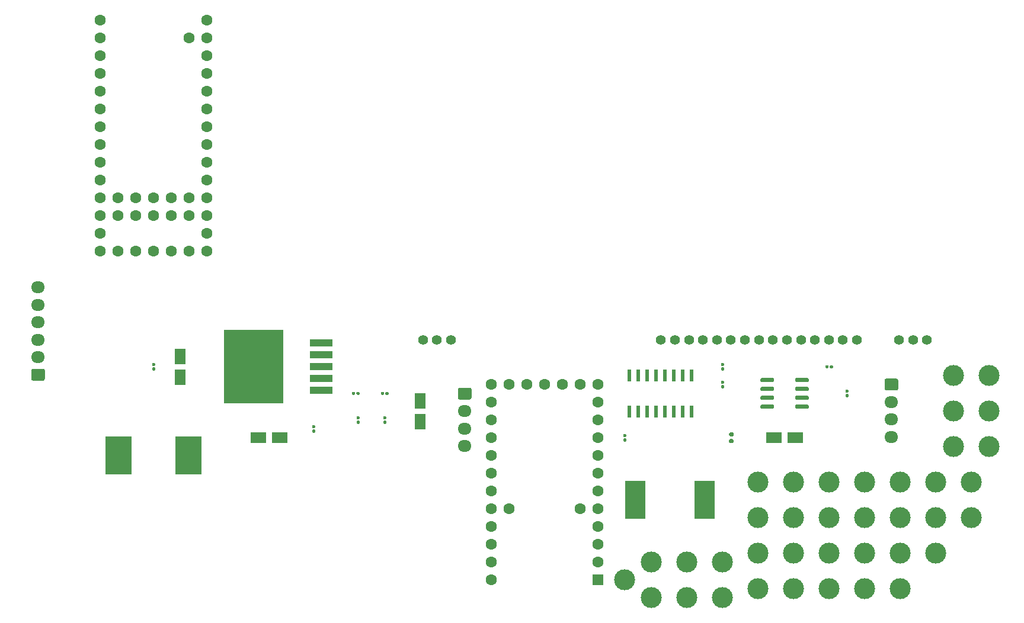
<source format=gbr>
%TF.GenerationSoftware,KiCad,Pcbnew,(5.1.10)-1*%
%TF.CreationDate,2021-10-04T16:47:09-07:00*%
%TF.ProjectId,VFD,5646442e-6b69-4636-9164-5f7063625858,rev?*%
%TF.SameCoordinates,Original*%
%TF.FileFunction,Soldermask,Top*%
%TF.FilePolarity,Negative*%
%FSLAX46Y46*%
G04 Gerber Fmt 4.6, Leading zero omitted, Abs format (unit mm)*
G04 Created by KiCad (PCBNEW (5.1.10)-1) date 2021-10-04 16:47:09*
%MOMM*%
%LPD*%
G01*
G04 APERTURE LIST*
%ADD10C,3.000000*%
%ADD11C,1.600000*%
%ADD12R,1.600000X1.600000*%
%ADD13R,3.210000X1.050000*%
%ADD14R,8.460000X10.530000*%
%ADD15C,1.400000*%
%ADD16R,0.533400X1.701800*%
%ADD17R,2.900000X5.400000*%
%ADD18R,3.850000X5.500000*%
%ADD19O,1.950000X1.700000*%
%ADD20R,2.200000X1.600000*%
%ADD21R,1.600000X2.200000*%
G04 APERTURE END LIST*
D10*
%TO.C,*%
X119380000Y-133350000D03*
%TD*%
%TO.C,*%
X128270000Y-135890000D03*
%TD*%
%TO.C,*%
X123190000Y-135890000D03*
%TD*%
%TO.C,*%
X123190000Y-130810000D03*
%TD*%
%TO.C,*%
X128270000Y-130810000D03*
%TD*%
%TO.C,*%
X133350000Y-130810000D03*
%TD*%
%TO.C,*%
X133350000Y-135890000D03*
%TD*%
%TO.C,*%
X138430000Y-129540000D03*
%TD*%
%TO.C,*%
X138430000Y-124460000D03*
%TD*%
%TO.C,*%
X138430000Y-134620000D03*
%TD*%
%TO.C,*%
X143510000Y-134620000D03*
%TD*%
%TO.C,*%
X143510000Y-129540000D03*
%TD*%
%TO.C,*%
X143510000Y-124460000D03*
%TD*%
%TO.C,*%
X148590000Y-124460000D03*
%TD*%
%TO.C,*%
X148590000Y-129540000D03*
%TD*%
%TO.C,*%
X148590000Y-134620000D03*
%TD*%
%TO.C,*%
X153670000Y-134620000D03*
%TD*%
%TO.C,*%
X153670000Y-129540000D03*
%TD*%
%TO.C,*%
X153670000Y-124460000D03*
%TD*%
%TO.C,*%
X158750000Y-134620000D03*
%TD*%
%TO.C,*%
X158750000Y-129540000D03*
%TD*%
%TO.C,*%
X158750000Y-124460000D03*
%TD*%
%TO.C,*%
X171450000Y-104140000D03*
%TD*%
%TO.C,*%
X171450000Y-109220000D03*
%TD*%
%TO.C,*%
X171450000Y-114300000D03*
%TD*%
%TO.C,*%
X163830000Y-129540000D03*
%TD*%
%TO.C,*%
X163830000Y-124460000D03*
%TD*%
%TO.C,*%
X168910000Y-124460000D03*
%TD*%
%TO.C,*%
X166370000Y-104140000D03*
%TD*%
%TO.C,*%
X166370000Y-109220000D03*
%TD*%
%TO.C,*%
X166370000Y-114300000D03*
%TD*%
%TO.C,*%
X168910000Y-119380000D03*
%TD*%
%TO.C,*%
X163830000Y-119380000D03*
%TD*%
%TO.C,*%
X158750000Y-119380000D03*
%TD*%
%TO.C,*%
X153670000Y-119380000D03*
%TD*%
%TO.C,*%
X148590000Y-119380000D03*
%TD*%
%TO.C,*%
X143510000Y-119380000D03*
%TD*%
%TO.C,*%
X138430000Y-119380000D03*
%TD*%
D11*
%TO.C,REF\u002A\u002A*%
X107950000Y-105410000D03*
D12*
X115570000Y-133350000D03*
D11*
X115570000Y-130810000D03*
X115570000Y-128270000D03*
X115570000Y-125730000D03*
X115570000Y-123190000D03*
X115570000Y-120650000D03*
X115570000Y-118110000D03*
X115570000Y-115570000D03*
X115570000Y-113030000D03*
X115570000Y-110490000D03*
X115570000Y-107950000D03*
X115570000Y-105410000D03*
X113030000Y-105410000D03*
X110490000Y-105410000D03*
X105410000Y-105410000D03*
X102870000Y-105410000D03*
X100330000Y-105410000D03*
X100330000Y-107950000D03*
X100330000Y-110490000D03*
X100330000Y-113030000D03*
X100330000Y-115570000D03*
X100330000Y-118110000D03*
X100330000Y-120650000D03*
X100330000Y-123190000D03*
X100330000Y-125730000D03*
X100330000Y-128270000D03*
X100330000Y-130810000D03*
X100330000Y-133350000D03*
X113030000Y-123190000D03*
X102870000Y-123190000D03*
%TD*%
D13*
%TO.C,VR1*%
X75980000Y-106270000D03*
X75980000Y-104570000D03*
X75980000Y-102870000D03*
X75980000Y-101170000D03*
X75980000Y-99470000D03*
D14*
X66350000Y-102870000D03*
%TD*%
D11*
%TO.C,U4*%
X46990000Y-78740000D03*
X46990000Y-81280000D03*
X49530000Y-78740000D03*
X49530000Y-81280000D03*
X52070000Y-78740000D03*
X52070000Y-81280000D03*
X54610000Y-78740000D03*
X54610000Y-81280000D03*
X57150000Y-78740000D03*
X57150000Y-81280000D03*
X44450000Y-53340000D03*
X44450000Y-55880000D03*
X44450000Y-58420000D03*
X44450000Y-60960000D03*
X44450000Y-63500000D03*
X44450000Y-66040000D03*
X44450000Y-68580000D03*
X44450000Y-71120000D03*
X44450000Y-73660000D03*
X44450000Y-76200000D03*
X44450000Y-78740000D03*
X44450000Y-81280000D03*
X44450000Y-83820000D03*
X57150000Y-55880000D03*
X59690000Y-53340000D03*
X59690000Y-55880000D03*
X59690000Y-58420000D03*
X59690000Y-60960000D03*
X59690000Y-63500000D03*
X59690000Y-66040000D03*
X59690000Y-68580000D03*
X59690000Y-71120000D03*
X59690000Y-73660000D03*
X59690000Y-76200000D03*
X59690000Y-78740000D03*
X59690000Y-81280000D03*
X59690000Y-83820000D03*
X44450000Y-86360000D03*
X46990000Y-86360000D03*
X49530000Y-86360000D03*
X59690000Y-86360000D03*
X57150000Y-86360000D03*
X54610000Y-86360000D03*
X52070000Y-86360000D03*
%TD*%
D15*
%TO.C,U3*%
X162560000Y-99060000D03*
X160560000Y-99060000D03*
X158560000Y-99060000D03*
X152560000Y-99060000D03*
X150560000Y-99060000D03*
X148560000Y-99060000D03*
X146560000Y-99060000D03*
X144560000Y-99060000D03*
X142560000Y-99060000D03*
X140560000Y-99060000D03*
X138560000Y-99060000D03*
X136560000Y-99060000D03*
X134560000Y-99060000D03*
X132560000Y-99060000D03*
X130560000Y-99060000D03*
X128560000Y-99060000D03*
X126560000Y-99060000D03*
X124560000Y-99060000D03*
X94560000Y-99060000D03*
X92560000Y-99060000D03*
X90560000Y-99060000D03*
%TD*%
D16*
%TO.C,U2*%
X128905000Y-104089200D03*
X127635000Y-104089200D03*
X126365000Y-104089200D03*
X125095000Y-104089200D03*
X123825000Y-104089200D03*
X122555000Y-104089200D03*
X121285000Y-104089200D03*
X120015000Y-104089200D03*
X120015000Y-109270800D03*
X121285000Y-109270800D03*
X122555000Y-109270800D03*
X123825000Y-109270800D03*
X125095000Y-109270800D03*
X126365000Y-109270800D03*
X127635000Y-109270800D03*
X128905000Y-109270800D03*
%TD*%
%TO.C,U1*%
G36*
G01*
X143740000Y-104925000D02*
X143740000Y-104625000D01*
G75*
G02*
X143890000Y-104475000I150000J0D01*
G01*
X145540000Y-104475000D01*
G75*
G02*
X145690000Y-104625000I0J-150000D01*
G01*
X145690000Y-104925000D01*
G75*
G02*
X145540000Y-105075000I-150000J0D01*
G01*
X143890000Y-105075000D01*
G75*
G02*
X143740000Y-104925000I0J150000D01*
G01*
G37*
G36*
G01*
X143740000Y-106195000D02*
X143740000Y-105895000D01*
G75*
G02*
X143890000Y-105745000I150000J0D01*
G01*
X145540000Y-105745000D01*
G75*
G02*
X145690000Y-105895000I0J-150000D01*
G01*
X145690000Y-106195000D01*
G75*
G02*
X145540000Y-106345000I-150000J0D01*
G01*
X143890000Y-106345000D01*
G75*
G02*
X143740000Y-106195000I0J150000D01*
G01*
G37*
G36*
G01*
X143740000Y-107465000D02*
X143740000Y-107165000D01*
G75*
G02*
X143890000Y-107015000I150000J0D01*
G01*
X145540000Y-107015000D01*
G75*
G02*
X145690000Y-107165000I0J-150000D01*
G01*
X145690000Y-107465000D01*
G75*
G02*
X145540000Y-107615000I-150000J0D01*
G01*
X143890000Y-107615000D01*
G75*
G02*
X143740000Y-107465000I0J150000D01*
G01*
G37*
G36*
G01*
X143740000Y-108735000D02*
X143740000Y-108435000D01*
G75*
G02*
X143890000Y-108285000I150000J0D01*
G01*
X145540000Y-108285000D01*
G75*
G02*
X145690000Y-108435000I0J-150000D01*
G01*
X145690000Y-108735000D01*
G75*
G02*
X145540000Y-108885000I-150000J0D01*
G01*
X143890000Y-108885000D01*
G75*
G02*
X143740000Y-108735000I0J150000D01*
G01*
G37*
G36*
G01*
X138790000Y-108735000D02*
X138790000Y-108435000D01*
G75*
G02*
X138940000Y-108285000I150000J0D01*
G01*
X140590000Y-108285000D01*
G75*
G02*
X140740000Y-108435000I0J-150000D01*
G01*
X140740000Y-108735000D01*
G75*
G02*
X140590000Y-108885000I-150000J0D01*
G01*
X138940000Y-108885000D01*
G75*
G02*
X138790000Y-108735000I0J150000D01*
G01*
G37*
G36*
G01*
X138790000Y-107465000D02*
X138790000Y-107165000D01*
G75*
G02*
X138940000Y-107015000I150000J0D01*
G01*
X140590000Y-107015000D01*
G75*
G02*
X140740000Y-107165000I0J-150000D01*
G01*
X140740000Y-107465000D01*
G75*
G02*
X140590000Y-107615000I-150000J0D01*
G01*
X138940000Y-107615000D01*
G75*
G02*
X138790000Y-107465000I0J150000D01*
G01*
G37*
G36*
G01*
X138790000Y-106195000D02*
X138790000Y-105895000D01*
G75*
G02*
X138940000Y-105745000I150000J0D01*
G01*
X140590000Y-105745000D01*
G75*
G02*
X140740000Y-105895000I0J-150000D01*
G01*
X140740000Y-106195000D01*
G75*
G02*
X140590000Y-106345000I-150000J0D01*
G01*
X138940000Y-106345000D01*
G75*
G02*
X138790000Y-106195000I0J150000D01*
G01*
G37*
G36*
G01*
X138790000Y-104925000D02*
X138790000Y-104625000D01*
G75*
G02*
X138940000Y-104475000I150000J0D01*
G01*
X140590000Y-104475000D01*
G75*
G02*
X140740000Y-104625000I0J-150000D01*
G01*
X140740000Y-104925000D01*
G75*
G02*
X140590000Y-105075000I-150000J0D01*
G01*
X138940000Y-105075000D01*
G75*
G02*
X138790000Y-104925000I0J150000D01*
G01*
G37*
%TD*%
%TO.C,R5*%
G36*
G01*
X151230000Y-106590000D02*
X151030000Y-106590000D01*
G75*
G02*
X150930000Y-106490000I0J100000D01*
G01*
X150930000Y-106230000D01*
G75*
G02*
X151030000Y-106130000I100000J0D01*
G01*
X151230000Y-106130000D01*
G75*
G02*
X151330000Y-106230000I0J-100000D01*
G01*
X151330000Y-106490000D01*
G75*
G02*
X151230000Y-106590000I-100000J0D01*
G01*
G37*
G36*
G01*
X151230000Y-107230000D02*
X151030000Y-107230000D01*
G75*
G02*
X150930000Y-107130000I0J100000D01*
G01*
X150930000Y-106870000D01*
G75*
G02*
X151030000Y-106770000I100000J0D01*
G01*
X151230000Y-106770000D01*
G75*
G02*
X151330000Y-106870000I0J-100000D01*
G01*
X151330000Y-107130000D01*
G75*
G02*
X151230000Y-107230000I-100000J0D01*
G01*
G37*
%TD*%
%TO.C,R4*%
G36*
G01*
X133250000Y-105500000D02*
X133450000Y-105500000D01*
G75*
G02*
X133550000Y-105600000I0J-100000D01*
G01*
X133550000Y-105860000D01*
G75*
G02*
X133450000Y-105960000I-100000J0D01*
G01*
X133250000Y-105960000D01*
G75*
G02*
X133150000Y-105860000I0J100000D01*
G01*
X133150000Y-105600000D01*
G75*
G02*
X133250000Y-105500000I100000J0D01*
G01*
G37*
G36*
G01*
X133250000Y-104860000D02*
X133450000Y-104860000D01*
G75*
G02*
X133550000Y-104960000I0J-100000D01*
G01*
X133550000Y-105220000D01*
G75*
G02*
X133450000Y-105320000I-100000J0D01*
G01*
X133250000Y-105320000D01*
G75*
G02*
X133150000Y-105220000I0J100000D01*
G01*
X133150000Y-104960000D01*
G75*
G02*
X133250000Y-104860000I100000J0D01*
G01*
G37*
%TD*%
%TO.C,R3*%
G36*
G01*
X119480000Y-112940000D02*
X119280000Y-112940000D01*
G75*
G02*
X119180000Y-112840000I0J100000D01*
G01*
X119180000Y-112580000D01*
G75*
G02*
X119280000Y-112480000I100000J0D01*
G01*
X119480000Y-112480000D01*
G75*
G02*
X119580000Y-112580000I0J-100000D01*
G01*
X119580000Y-112840000D01*
G75*
G02*
X119480000Y-112940000I-100000J0D01*
G01*
G37*
G36*
G01*
X119480000Y-113580000D02*
X119280000Y-113580000D01*
G75*
G02*
X119180000Y-113480000I0J100000D01*
G01*
X119180000Y-113220000D01*
G75*
G02*
X119280000Y-113120000I100000J0D01*
G01*
X119480000Y-113120000D01*
G75*
G02*
X119580000Y-113220000I0J-100000D01*
G01*
X119580000Y-113480000D01*
G75*
G02*
X119480000Y-113580000I-100000J0D01*
G01*
G37*
%TD*%
%TO.C,R2*%
G36*
G01*
X80870000Y-106580000D02*
X80870000Y-106780000D01*
G75*
G02*
X80770000Y-106880000I-100000J0D01*
G01*
X80510000Y-106880000D01*
G75*
G02*
X80410000Y-106780000I0J100000D01*
G01*
X80410000Y-106580000D01*
G75*
G02*
X80510000Y-106480000I100000J0D01*
G01*
X80770000Y-106480000D01*
G75*
G02*
X80870000Y-106580000I0J-100000D01*
G01*
G37*
G36*
G01*
X81510000Y-106580000D02*
X81510000Y-106780000D01*
G75*
G02*
X81410000Y-106880000I-100000J0D01*
G01*
X81150000Y-106880000D01*
G75*
G02*
X81050000Y-106780000I0J100000D01*
G01*
X81050000Y-106580000D01*
G75*
G02*
X81150000Y-106480000I100000J0D01*
G01*
X81410000Y-106480000D01*
G75*
G02*
X81510000Y-106580000I0J-100000D01*
G01*
G37*
%TD*%
%TO.C,R1*%
G36*
G01*
X85000000Y-106580000D02*
X85000000Y-106780000D01*
G75*
G02*
X84900000Y-106880000I-100000J0D01*
G01*
X84640000Y-106880000D01*
G75*
G02*
X84540000Y-106780000I0J100000D01*
G01*
X84540000Y-106580000D01*
G75*
G02*
X84640000Y-106480000I100000J0D01*
G01*
X84900000Y-106480000D01*
G75*
G02*
X85000000Y-106580000I0J-100000D01*
G01*
G37*
G36*
G01*
X85640000Y-106580000D02*
X85640000Y-106780000D01*
G75*
G02*
X85540000Y-106880000I-100000J0D01*
G01*
X85280000Y-106880000D01*
G75*
G02*
X85180000Y-106780000I0J100000D01*
G01*
X85180000Y-106580000D01*
G75*
G02*
X85280000Y-106480000I100000J0D01*
G01*
X85540000Y-106480000D01*
G75*
G02*
X85640000Y-106580000I0J-100000D01*
G01*
G37*
%TD*%
D17*
%TO.C,L2*%
X130810000Y-121920000D03*
X120910000Y-121920000D03*
%TD*%
D18*
%TO.C,L1*%
X47095000Y-115570000D03*
X57045000Y-115570000D03*
%TD*%
D19*
%TO.C,J3*%
X157480000Y-112910000D03*
X157480000Y-110410000D03*
X157480000Y-107910000D03*
G36*
G01*
X156755000Y-104560000D02*
X158205000Y-104560000D01*
G75*
G02*
X158455000Y-104810000I0J-250000D01*
G01*
X158455000Y-106010000D01*
G75*
G02*
X158205000Y-106260000I-250000J0D01*
G01*
X156755000Y-106260000D01*
G75*
G02*
X156505000Y-106010000I0J250000D01*
G01*
X156505000Y-104810000D01*
G75*
G02*
X156755000Y-104560000I250000J0D01*
G01*
G37*
%TD*%
%TO.C,J2*%
X96520000Y-114220000D03*
X96520000Y-111720000D03*
X96520000Y-109220000D03*
G36*
G01*
X95795000Y-105870000D02*
X97245000Y-105870000D01*
G75*
G02*
X97495000Y-106120000I0J-250000D01*
G01*
X97495000Y-107320000D01*
G75*
G02*
X97245000Y-107570000I-250000J0D01*
G01*
X95795000Y-107570000D01*
G75*
G02*
X95545000Y-107320000I0J250000D01*
G01*
X95545000Y-106120000D01*
G75*
G02*
X95795000Y-105870000I250000J0D01*
G01*
G37*
%TD*%
%TO.C,J1*%
X35560000Y-91520000D03*
X35560000Y-94020000D03*
X35560000Y-96520000D03*
X35560000Y-99020000D03*
X35560000Y-101520000D03*
G36*
G01*
X36285000Y-104870000D02*
X34835000Y-104870000D01*
G75*
G02*
X34585000Y-104620000I0J250000D01*
G01*
X34585000Y-103420000D01*
G75*
G02*
X34835000Y-103170000I250000J0D01*
G01*
X36285000Y-103170000D01*
G75*
G02*
X36535000Y-103420000I0J-250000D01*
G01*
X36535000Y-104620000D01*
G75*
G02*
X36285000Y-104870000I-250000J0D01*
G01*
G37*
%TD*%
%TO.C,D3*%
G36*
G01*
X148680000Y-102970000D02*
X148680000Y-102770000D01*
G75*
G02*
X148780000Y-102670000I100000J0D01*
G01*
X149040000Y-102670000D01*
G75*
G02*
X149140000Y-102770000I0J-100000D01*
G01*
X149140000Y-102970000D01*
G75*
G02*
X149040000Y-103070000I-100000J0D01*
G01*
X148780000Y-103070000D01*
G75*
G02*
X148680000Y-102970000I0J100000D01*
G01*
G37*
G36*
G01*
X148040000Y-102970000D02*
X148040000Y-102770000D01*
G75*
G02*
X148140000Y-102670000I100000J0D01*
G01*
X148400000Y-102670000D01*
G75*
G02*
X148500000Y-102770000I0J-100000D01*
G01*
X148500000Y-102970000D01*
G75*
G02*
X148400000Y-103070000I-100000J0D01*
G01*
X148140000Y-103070000D01*
G75*
G02*
X148040000Y-102970000I0J100000D01*
G01*
G37*
%TD*%
%TO.C,D2*%
G36*
G01*
X134792500Y-112840000D02*
X134447500Y-112840000D01*
G75*
G02*
X134300000Y-112692500I0J147500D01*
G01*
X134300000Y-112397500D01*
G75*
G02*
X134447500Y-112250000I147500J0D01*
G01*
X134792500Y-112250000D01*
G75*
G02*
X134940000Y-112397500I0J-147500D01*
G01*
X134940000Y-112692500D01*
G75*
G02*
X134792500Y-112840000I-147500J0D01*
G01*
G37*
G36*
G01*
X134792500Y-113810000D02*
X134447500Y-113810000D01*
G75*
G02*
X134300000Y-113662500I0J147500D01*
G01*
X134300000Y-113367500D01*
G75*
G02*
X134447500Y-113220000I147500J0D01*
G01*
X134792500Y-113220000D01*
G75*
G02*
X134940000Y-113367500I0J-147500D01*
G01*
X134940000Y-113662500D01*
G75*
G02*
X134792500Y-113810000I-147500J0D01*
G01*
G37*
%TD*%
%TO.C,D1*%
G36*
G01*
X81380000Y-110400000D02*
X81180000Y-110400000D01*
G75*
G02*
X81080000Y-110300000I0J100000D01*
G01*
X81080000Y-110040000D01*
G75*
G02*
X81180000Y-109940000I100000J0D01*
G01*
X81380000Y-109940000D01*
G75*
G02*
X81480000Y-110040000I0J-100000D01*
G01*
X81480000Y-110300000D01*
G75*
G02*
X81380000Y-110400000I-100000J0D01*
G01*
G37*
G36*
G01*
X81380000Y-111040000D02*
X81180000Y-111040000D01*
G75*
G02*
X81080000Y-110940000I0J100000D01*
G01*
X81080000Y-110680000D01*
G75*
G02*
X81180000Y-110580000I100000J0D01*
G01*
X81380000Y-110580000D01*
G75*
G02*
X81480000Y-110680000I0J-100000D01*
G01*
X81480000Y-110940000D01*
G75*
G02*
X81380000Y-111040000I-100000J0D01*
G01*
G37*
%TD*%
D20*
%TO.C,C8*%
X143740000Y-113030000D03*
X140740000Y-113030000D03*
%TD*%
%TO.C,C7*%
G36*
G01*
X133450000Y-102780000D02*
X133250000Y-102780000D01*
G75*
G02*
X133150000Y-102680000I0J100000D01*
G01*
X133150000Y-102420000D01*
G75*
G02*
X133250000Y-102320000I100000J0D01*
G01*
X133450000Y-102320000D01*
G75*
G02*
X133550000Y-102420000I0J-100000D01*
G01*
X133550000Y-102680000D01*
G75*
G02*
X133450000Y-102780000I-100000J0D01*
G01*
G37*
G36*
G01*
X133450000Y-103420000D02*
X133250000Y-103420000D01*
G75*
G02*
X133150000Y-103320000I0J100000D01*
G01*
X133150000Y-103060000D01*
G75*
G02*
X133250000Y-102960000I100000J0D01*
G01*
X133450000Y-102960000D01*
G75*
G02*
X133550000Y-103060000I0J-100000D01*
G01*
X133550000Y-103320000D01*
G75*
G02*
X133450000Y-103420000I-100000J0D01*
G01*
G37*
%TD*%
D21*
%TO.C,C6*%
X90170000Y-110720000D03*
X90170000Y-107720000D03*
%TD*%
%TO.C,C5*%
G36*
G01*
X84990000Y-110580000D02*
X85190000Y-110580000D01*
G75*
G02*
X85290000Y-110680000I0J-100000D01*
G01*
X85290000Y-110940000D01*
G75*
G02*
X85190000Y-111040000I-100000J0D01*
G01*
X84990000Y-111040000D01*
G75*
G02*
X84890000Y-110940000I0J100000D01*
G01*
X84890000Y-110680000D01*
G75*
G02*
X84990000Y-110580000I100000J0D01*
G01*
G37*
G36*
G01*
X84990000Y-109940000D02*
X85190000Y-109940000D01*
G75*
G02*
X85290000Y-110040000I0J-100000D01*
G01*
X85290000Y-110300000D01*
G75*
G02*
X85190000Y-110400000I-100000J0D01*
G01*
X84990000Y-110400000D01*
G75*
G02*
X84890000Y-110300000I0J100000D01*
G01*
X84890000Y-110040000D01*
G75*
G02*
X84990000Y-109940000I100000J0D01*
G01*
G37*
%TD*%
%TO.C,C4*%
X55880000Y-104370000D03*
X55880000Y-101370000D03*
%TD*%
%TO.C,C3*%
G36*
G01*
X51970000Y-102960000D02*
X52170000Y-102960000D01*
G75*
G02*
X52270000Y-103060000I0J-100000D01*
G01*
X52270000Y-103320000D01*
G75*
G02*
X52170000Y-103420000I-100000J0D01*
G01*
X51970000Y-103420000D01*
G75*
G02*
X51870000Y-103320000I0J100000D01*
G01*
X51870000Y-103060000D01*
G75*
G02*
X51970000Y-102960000I100000J0D01*
G01*
G37*
G36*
G01*
X51970000Y-102320000D02*
X52170000Y-102320000D01*
G75*
G02*
X52270000Y-102420000I0J-100000D01*
G01*
X52270000Y-102680000D01*
G75*
G02*
X52170000Y-102780000I-100000J0D01*
G01*
X51970000Y-102780000D01*
G75*
G02*
X51870000Y-102680000I0J100000D01*
G01*
X51870000Y-102420000D01*
G75*
G02*
X51970000Y-102320000I100000J0D01*
G01*
G37*
%TD*%
%TO.C,C2*%
G36*
G01*
X74830000Y-111850000D02*
X75030000Y-111850000D01*
G75*
G02*
X75130000Y-111950000I0J-100000D01*
G01*
X75130000Y-112210000D01*
G75*
G02*
X75030000Y-112310000I-100000J0D01*
G01*
X74830000Y-112310000D01*
G75*
G02*
X74730000Y-112210000I0J100000D01*
G01*
X74730000Y-111950000D01*
G75*
G02*
X74830000Y-111850000I100000J0D01*
G01*
G37*
G36*
G01*
X74830000Y-111210000D02*
X75030000Y-111210000D01*
G75*
G02*
X75130000Y-111310000I0J-100000D01*
G01*
X75130000Y-111570000D01*
G75*
G02*
X75030000Y-111670000I-100000J0D01*
G01*
X74830000Y-111670000D01*
G75*
G02*
X74730000Y-111570000I0J100000D01*
G01*
X74730000Y-111310000D01*
G75*
G02*
X74830000Y-111210000I100000J0D01*
G01*
G37*
%TD*%
D20*
%TO.C,C1*%
X70080000Y-113030000D03*
X67080000Y-113030000D03*
%TD*%
M02*

</source>
